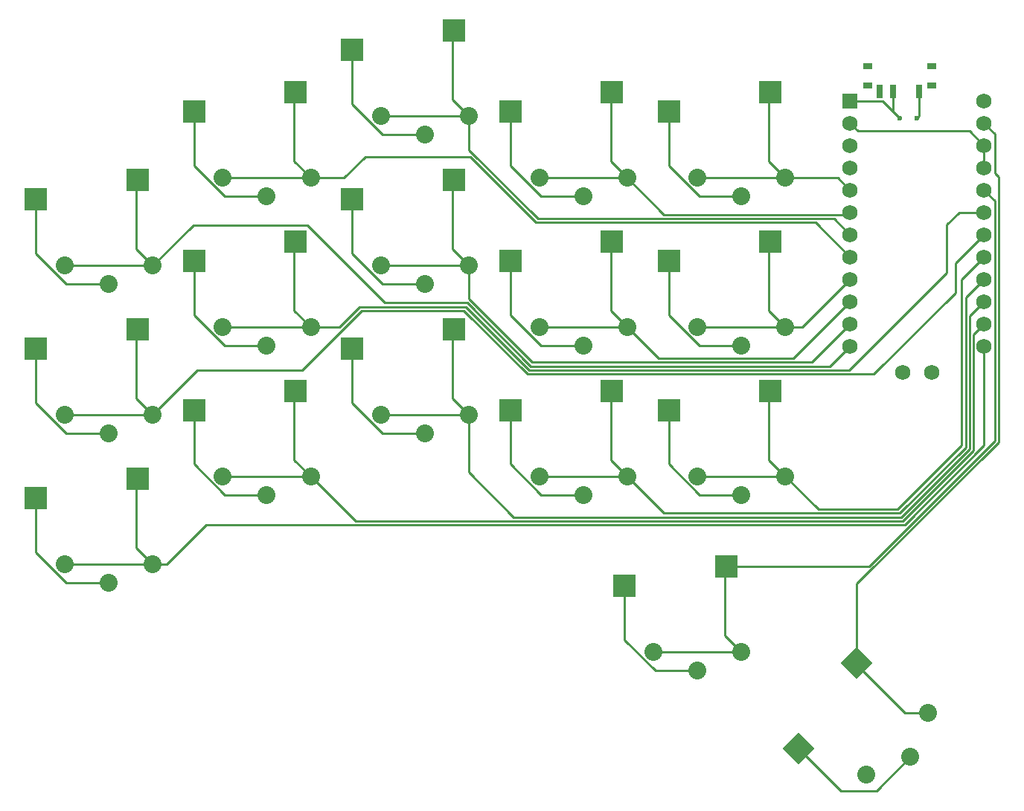
<source format=gbr>
%TF.GenerationSoftware,KiCad,Pcbnew,6.0.4*%
%TF.CreationDate,2022-04-03T20:08:53+02:00*%
%TF.ProjectId,lbd,6c62642e-6b69-4636-9164-5f7063625858,v1.0.0*%
%TF.SameCoordinates,Original*%
%TF.FileFunction,Copper,L1,Top*%
%TF.FilePolarity,Positive*%
%FSLAX46Y46*%
G04 Gerber Fmt 4.6, Leading zero omitted, Abs format (unit mm)*
G04 Created by KiCad (PCBNEW 6.0.4) date 2022-04-03 20:08:53*
%MOMM*%
%LPD*%
G01*
G04 APERTURE LIST*
G04 Aperture macros list*
%AMRotRect*
0 Rectangle, with rotation*
0 The origin of the aperture is its center*
0 $1 length*
0 $2 width*
0 $3 Rotation angle, in degrees counterclockwise*
0 Add horizontal line*
21,1,$1,$2,0,0,$3*%
G04 Aperture macros list end*
%TA.AperFunction,ComponentPad*%
%ADD10C,1.752600*%
%TD*%
%TA.AperFunction,ComponentPad*%
%ADD11C,2.032000*%
%TD*%
%TA.AperFunction,SMDPad,CuDef*%
%ADD12R,2.600000X2.600000*%
%TD*%
%TA.AperFunction,ComponentPad*%
%ADD13C,0.600000*%
%TD*%
%TA.AperFunction,SMDPad,CuDef*%
%ADD14RotRect,2.600000X2.600000X45.000000*%
%TD*%
%TA.AperFunction,SMDPad,CuDef*%
%ADD15R,1.000000X0.800000*%
%TD*%
%TA.AperFunction,SMDPad,CuDef*%
%ADD16R,0.700000X1.500000*%
%TD*%
%TA.AperFunction,ComponentPad*%
%ADD17R,1.752600X1.752600*%
%TD*%
%TA.AperFunction,Conductor*%
%ADD18C,0.250000*%
%TD*%
G04 APERTURE END LIST*
D10*
%TO.P,,1*%
%TO.N,pos*%
X195470000Y-93850000D03*
%TO.P,,2*%
%TO.N,GND*%
X192230000Y-93850000D03*
%TD*%
D11*
%TO.P,S22,1*%
%TO.N,P14*%
X160850000Y-88650000D03*
X150850000Y-88650000D03*
%TO.P,S22,2*%
%TO.N,GND*%
X155850000Y-90750000D03*
X155850000Y-90750000D03*
%TD*%
%TO.P,S30,1*%
%TO.N,P21*%
X178850000Y-71650000D03*
X168850000Y-71650000D03*
%TO.P,S30,2*%
%TO.N,GND*%
X173850000Y-73750000D03*
X173850000Y-73750000D03*
%TD*%
%TO.P,S10,1*%
%TO.N,P3*%
X114850000Y-88650000D03*
X124850000Y-88650000D03*
%TO.P,S10,2*%
%TO.N,GND*%
X119850000Y-90750000D03*
X119850000Y-90750000D03*
%TD*%
%TO.P,S6,1*%
%TO.N,P10*%
X96850000Y-81650000D03*
X106850000Y-81650000D03*
%TO.P,S6,2*%
%TO.N,GND*%
X101850000Y-83750000D03*
X101850000Y-83750000D03*
%TD*%
D12*
%TO.P,S13,1*%
%TO.N,P7*%
X141125000Y-88900000D03*
%TO.P,S13,2*%
%TO.N,GND*%
X129575000Y-91100000D03*
%TD*%
D13*
%TO.P,REF\u002A\u002A,1*%
%TO.N,RAW*%
X191850000Y-64850000D03*
%TD*%
D12*
%TO.P,S31,1*%
%TO.N,P2*%
X172125000Y-115900000D03*
%TO.P,S31,2*%
%TO.N,GND*%
X160575000Y-118100000D03*
%TD*%
%TO.P,S17,1*%
%TO.N,P19*%
X141125000Y-54900000D03*
%TO.P,S17,2*%
%TO.N,GND*%
X129575000Y-57100000D03*
%TD*%
D14*
%TO.P,S33,1*%
%TO.N,P0*%
X186982901Y-126914808D03*
%TO.P,S33,2*%
%TO.N,GND*%
X180371453Y-136637526D03*
%TD*%
D11*
%TO.P,S20,1*%
%TO.N,P6*%
X150850000Y-105650000D03*
X160850000Y-105650000D03*
%TO.P,S20,2*%
%TO.N,GND*%
X155850000Y-107750000D03*
X155850000Y-107750000D03*
%TD*%
D12*
%TO.P,S3,1*%
%TO.N,P4*%
X105125000Y-88900000D03*
%TO.P,S3,2*%
%TO.N,GND*%
X93575000Y-91100000D03*
%TD*%
%TO.P,S1,1*%
%TO.N,P9*%
X105125000Y-105900000D03*
%TO.P,S1,2*%
%TO.N,GND*%
X93575000Y-108100000D03*
%TD*%
%TO.P,S21,1*%
%TO.N,P14*%
X159125000Y-78900000D03*
%TO.P,S21,2*%
%TO.N,GND*%
X147575000Y-81100000D03*
%TD*%
D11*
%TO.P,S16,1*%
%TO.N,P16*%
X142850000Y-81650000D03*
X132850000Y-81650000D03*
%TO.P,S16,2*%
%TO.N,GND*%
X137850000Y-83750000D03*
X137850000Y-83750000D03*
%TD*%
D13*
%TO.P,REF\u002A\u002A,1*%
%TO.N,pos*%
X193850000Y-64850000D03*
%TD*%
D11*
%TO.P,S18,1*%
%TO.N,P19*%
X142850000Y-64650000D03*
X132850000Y-64650000D03*
%TO.P,S18,2*%
%TO.N,GND*%
X137850000Y-66750000D03*
X137850000Y-66750000D03*
%TD*%
D12*
%TO.P,S19,1*%
%TO.N,P6*%
X159125000Y-95900000D03*
%TO.P,S19,2*%
%TO.N,GND*%
X147575000Y-98100000D03*
%TD*%
%TO.P,S29,1*%
%TO.N,P21*%
X177125000Y-61900000D03*
%TO.P,S29,2*%
%TO.N,GND*%
X165575000Y-64100000D03*
%TD*%
%TO.P,S23,1*%
%TO.N,P20*%
X159125000Y-61900000D03*
%TO.P,S23,2*%
%TO.N,GND*%
X147575000Y-64100000D03*
%TD*%
D11*
%TO.P,S34,1*%
%TO.N,P0*%
X188025884Y-139660408D03*
X195096952Y-132589340D03*
%TO.P,S34,2*%
%TO.N,GND*%
X193046342Y-137609798D03*
X193046342Y-137609798D03*
%TD*%
D12*
%TO.P,S9,1*%
%TO.N,P3*%
X123125000Y-78900000D03*
%TO.P,S9,2*%
%TO.N,GND*%
X111575000Y-81100000D03*
%TD*%
%TO.P,S11,1*%
%TO.N,P18*%
X123125000Y-61900000D03*
%TO.P,S11,2*%
%TO.N,GND*%
X111575000Y-64100000D03*
%TD*%
D15*
%TO.P,,*%
%TO.N,*%
X188200000Y-61130000D03*
X195500000Y-61130000D03*
X188200000Y-58920000D03*
X195500000Y-58920000D03*
D16*
%TO.P,,1*%
%TO.N,pos*%
X194100000Y-61780000D03*
%TO.P,,2*%
%TO.N,RAW*%
X191100000Y-61780000D03*
%TO.P,,3*%
%TO.N,N/C*%
X189600000Y-61780000D03*
%TD*%
D11*
%TO.P,S4,1*%
%TO.N,P4*%
X106850000Y-98650000D03*
X96850000Y-98650000D03*
%TO.P,S4,2*%
%TO.N,GND*%
X101850000Y-100750000D03*
X101850000Y-100750000D03*
%TD*%
D12*
%TO.P,S27,1*%
%TO.N,P15*%
X177125000Y-78900000D03*
%TO.P,S27,2*%
%TO.N,GND*%
X165575000Y-81100000D03*
%TD*%
D11*
%TO.P,S12,1*%
%TO.N,P18*%
X114850000Y-71650000D03*
X124850000Y-71650000D03*
%TO.P,S12,2*%
%TO.N,GND*%
X119850000Y-73750000D03*
X119850000Y-73750000D03*
%TD*%
D12*
%TO.P,S5,1*%
%TO.N,P10*%
X105125000Y-71900000D03*
%TO.P,S5,2*%
%TO.N,GND*%
X93575000Y-74100000D03*
%TD*%
D11*
%TO.P,S2,1*%
%TO.N,P9*%
X106850000Y-115650000D03*
X96850000Y-115650000D03*
%TO.P,S2,2*%
%TO.N,GND*%
X101850000Y-117750000D03*
X101850000Y-117750000D03*
%TD*%
%TO.P,S26,1*%
%TO.N,P5*%
X168850000Y-105650000D03*
X178850000Y-105650000D03*
%TO.P,S26,2*%
%TO.N,GND*%
X173850000Y-107750000D03*
X173850000Y-107750000D03*
%TD*%
%TO.P,S14,1*%
%TO.N,P7*%
X142850000Y-98650000D03*
X132850000Y-98650000D03*
%TO.P,S14,2*%
%TO.N,GND*%
X137850000Y-100750000D03*
X137850000Y-100750000D03*
%TD*%
%TO.P,S8,1*%
%TO.N,P8*%
X114850000Y-105650000D03*
X124850000Y-105650000D03*
%TO.P,S8,2*%
%TO.N,GND*%
X119850000Y-107750000D03*
X119850000Y-107750000D03*
%TD*%
D17*
%TO.P,MCU1,1*%
%TO.N,RAW*%
X186230000Y-62880000D03*
D10*
%TO.P,MCU1,2*%
%TO.N,GND*%
X186230000Y-65420000D03*
%TO.P,MCU1,3*%
%TO.N,RST*%
X186230000Y-67960000D03*
%TO.P,MCU1,4*%
%TO.N,VCC*%
X186230000Y-70500000D03*
%TO.P,MCU1,5*%
%TO.N,P21*%
X186230000Y-73040000D03*
%TO.P,MCU1,6*%
%TO.N,P20*%
X186230000Y-75580000D03*
%TO.P,MCU1,7*%
%TO.N,P19*%
X186230000Y-78120000D03*
%TO.P,MCU1,8*%
%TO.N,P18*%
X186230000Y-80660000D03*
%TO.P,MCU1,9*%
%TO.N,P15*%
X186230000Y-83200000D03*
%TO.P,MCU1,10*%
%TO.N,P14*%
X186230000Y-85740000D03*
%TO.P,MCU1,11*%
%TO.N,P16*%
X186230000Y-88280000D03*
%TO.P,MCU1,12*%
%TO.N,P10*%
X186230000Y-90820000D03*
%TO.P,MCU1,13*%
%TO.N,P1*%
X201470000Y-62880000D03*
%TO.P,MCU1,14*%
%TO.N,P0*%
X201470000Y-65420000D03*
%TO.P,MCU1,15*%
%TO.N,GND*%
X201470000Y-67960000D03*
%TO.P,MCU1,16*%
X201470000Y-70500000D03*
%TO.P,MCU1,17*%
%TO.N,P2*%
X201470000Y-73040000D03*
%TO.P,MCU1,18*%
%TO.N,P3*%
X201470000Y-75580000D03*
%TO.P,MCU1,19*%
%TO.N,P4*%
X201470000Y-78120000D03*
%TO.P,MCU1,20*%
%TO.N,P5*%
X201470000Y-80660000D03*
%TO.P,MCU1,21*%
%TO.N,P6*%
X201470000Y-83200000D03*
%TO.P,MCU1,22*%
%TO.N,P7*%
X201470000Y-85740000D03*
%TO.P,MCU1,23*%
%TO.N,P8*%
X201470000Y-88280000D03*
%TO.P,MCU1,24*%
%TO.N,P9*%
X201470000Y-90820000D03*
%TD*%
D11*
%TO.P,S28,1*%
%TO.N,P15*%
X178850000Y-88650000D03*
X168850000Y-88650000D03*
%TO.P,S28,2*%
%TO.N,GND*%
X173850000Y-90750000D03*
X173850000Y-90750000D03*
%TD*%
%TO.P,S32,1*%
%TO.N,P2*%
X173850000Y-125650000D03*
X163850000Y-125650000D03*
%TO.P,S32,2*%
%TO.N,GND*%
X168850000Y-127750000D03*
X168850000Y-127750000D03*
%TD*%
D12*
%TO.P,S7,1*%
%TO.N,P8*%
X123125000Y-95900000D03*
%TO.P,S7,2*%
%TO.N,GND*%
X111575000Y-98100000D03*
%TD*%
%TO.P,S25,1*%
%TO.N,P5*%
X177125000Y-95900000D03*
%TO.P,S25,2*%
%TO.N,GND*%
X165575000Y-98100000D03*
%TD*%
D11*
%TO.P,S24,1*%
%TO.N,P20*%
X150850000Y-71650000D03*
X160850000Y-71650000D03*
%TO.P,S24,2*%
%TO.N,GND*%
X155850000Y-73750000D03*
X155850000Y-73750000D03*
%TD*%
D12*
%TO.P,S15,1*%
%TO.N,P16*%
X141125000Y-71900000D03*
%TO.P,S15,2*%
%TO.N,GND*%
X129575000Y-74100000D03*
%TD*%
D18*
%TO.N,P10*%
X106850000Y-81650000D02*
X111474521Y-77025479D01*
X111474521Y-77025479D02*
X124425479Y-77025479D01*
X124425479Y-77025479D02*
X133300960Y-85900960D01*
X183923561Y-93126439D02*
X186230000Y-90820000D01*
X133300960Y-85900960D02*
X142646416Y-85900960D01*
X142646416Y-85900960D02*
X149871897Y-93126439D01*
X149871897Y-93126439D02*
X183923561Y-93126439D01*
%TO.N,P9*%
X112950000Y-111200000D02*
X192414282Y-111200000D01*
X106850000Y-115650000D02*
X96850000Y-115650000D01*
X104975479Y-113775479D02*
X106850000Y-115650000D01*
X108500000Y-115650000D02*
X112950000Y-111200000D01*
X192414282Y-111200000D02*
X201470000Y-102144282D01*
X105125000Y-105900000D02*
X104975479Y-106049521D01*
X201470000Y-102144282D02*
X201470000Y-90820000D01*
X104975479Y-106049521D02*
X104975479Y-113775479D01*
X106850000Y-115650000D02*
X108500000Y-115650000D01*
%TO.N,GND*%
X93575000Y-97270770D02*
X97054230Y-100750000D01*
X93575000Y-74100000D02*
X93575000Y-80270770D01*
X186230000Y-65420000D02*
X187106300Y-66296300D01*
X129575000Y-57100000D02*
X129575000Y-63270770D01*
X129575000Y-74100000D02*
X129575000Y-80270770D01*
X147575000Y-104270770D02*
X151054230Y-107750000D01*
X93575000Y-114270770D02*
X97054230Y-117750000D01*
X147575000Y-81100000D02*
X147575000Y-87270770D01*
X147575000Y-98100000D02*
X147575000Y-104270770D01*
X160575000Y-124270770D02*
X164054230Y-127750000D01*
X169054230Y-73750000D02*
X173850000Y-73750000D01*
X93575000Y-91100000D02*
X93575000Y-97270770D01*
X111575000Y-70270770D02*
X115054230Y-73750000D01*
X199806300Y-66296300D02*
X201470000Y-67960000D01*
X201470000Y-67960000D02*
X201470000Y-70500000D01*
X165575000Y-81100000D02*
X165575000Y-87270770D01*
X151054230Y-73750000D02*
X155850000Y-73750000D01*
X147575000Y-70270770D02*
X151054230Y-73750000D01*
X165575000Y-98100000D02*
X165575000Y-104270770D01*
X129575000Y-91100000D02*
X129575000Y-97270770D01*
X97054230Y-100750000D02*
X101850000Y-100750000D01*
X129575000Y-63270770D02*
X133054230Y-66750000D01*
X164054230Y-127750000D02*
X168850000Y-127750000D01*
X97054230Y-117750000D02*
X101850000Y-117750000D01*
X129575000Y-80270770D02*
X133054230Y-83750000D01*
X115054230Y-73750000D02*
X119850000Y-73750000D01*
X111575000Y-87270770D02*
X115054230Y-90750000D01*
X111575000Y-81100000D02*
X111575000Y-87270770D01*
X115054230Y-90750000D02*
X119850000Y-90750000D01*
X151054230Y-90750000D02*
X155850000Y-90750000D01*
X189206140Y-141450000D02*
X193046342Y-137609798D01*
X111575000Y-104270770D02*
X115054230Y-107750000D01*
X165575000Y-87270770D02*
X169054230Y-90750000D01*
X185183927Y-141450000D02*
X189206140Y-141450000D01*
X165575000Y-70270770D02*
X169054230Y-73750000D01*
X187106300Y-66296300D02*
X199806300Y-66296300D01*
X133054230Y-100750000D02*
X137850000Y-100750000D01*
X93575000Y-108100000D02*
X93575000Y-114270770D01*
X151054230Y-107750000D02*
X155850000Y-107750000D01*
X97054230Y-83750000D02*
X101850000Y-83750000D01*
X133054230Y-66750000D02*
X137850000Y-66750000D01*
X165575000Y-104270770D02*
X169054230Y-107750000D01*
X129575000Y-97270770D02*
X133054230Y-100750000D01*
X169054230Y-107750000D02*
X173850000Y-107750000D01*
X133054230Y-83750000D02*
X137850000Y-83750000D01*
X115054230Y-107750000D02*
X119850000Y-107750000D01*
X93575000Y-80270770D02*
X97054230Y-83750000D01*
X147575000Y-87270770D02*
X151054230Y-90750000D01*
X111575000Y-64100000D02*
X111575000Y-70270770D01*
X160575000Y-118100000D02*
X160575000Y-124270770D01*
X111575000Y-98100000D02*
X111575000Y-104270770D01*
X165575000Y-64100000D02*
X165575000Y-70270770D01*
X180371453Y-136637526D02*
X185183927Y-141450000D01*
X169054230Y-90750000D02*
X173850000Y-90750000D01*
X147575000Y-64100000D02*
X147575000Y-70270770D01*
%TO.N,P4*%
X104975479Y-96775479D02*
X106850000Y-98650000D01*
X149499501Y-94025479D02*
X142274022Y-86800000D01*
X198200000Y-84750000D02*
X188924521Y-94025479D01*
X188924521Y-94025479D02*
X149499501Y-94025479D01*
X142274022Y-86800000D02*
X130625978Y-86800000D01*
X198200000Y-81390000D02*
X198200000Y-84750000D01*
X111950000Y-93550000D02*
X106850000Y-98650000D01*
X105125000Y-88900000D02*
X104975479Y-89049521D01*
X106850000Y-98650000D02*
X96850000Y-98650000D01*
X123875978Y-93550000D02*
X111950000Y-93550000D01*
X201470000Y-78120000D02*
X198200000Y-81390000D01*
X130625978Y-86800000D02*
X123875978Y-93550000D01*
X104975479Y-89049521D02*
X104975479Y-96775479D01*
%TO.N,P10*%
X104975479Y-79775479D02*
X106850000Y-81650000D01*
X106850000Y-81650000D02*
X96850000Y-81650000D01*
X105125000Y-71900000D02*
X104975479Y-72049521D01*
X104975479Y-72049521D02*
X104975479Y-79775479D01*
%TO.N,P8*%
X192228084Y-110750480D02*
X200269189Y-102709375D01*
X123125000Y-95900000D02*
X122975479Y-96049521D01*
X200269189Y-102709375D02*
X200269189Y-89480811D01*
X124850000Y-105650000D02*
X129950480Y-110750480D01*
X200269189Y-89480811D02*
X201470000Y-88280000D01*
X122975479Y-96049521D02*
X122975479Y-103775479D01*
X129950480Y-110750480D02*
X192228084Y-110750480D01*
X124850000Y-105650000D02*
X114850000Y-105650000D01*
X122975479Y-103775479D02*
X124850000Y-105650000D01*
%TO.N,P3*%
X124850000Y-88650000D02*
X114850000Y-88650000D01*
X149685699Y-93575959D02*
X186124041Y-93575959D01*
X123125000Y-78900000D02*
X122975479Y-79049521D01*
X197200000Y-82500000D02*
X197200000Y-77000000D01*
X186124041Y-93575959D02*
X197200000Y-82500000D01*
X197200000Y-77000000D02*
X198620000Y-75580000D01*
X122975479Y-79049521D02*
X122975479Y-86775479D01*
X198620000Y-75580000D02*
X201470000Y-75580000D01*
X128100000Y-88650000D02*
X130399520Y-86350480D01*
X124850000Y-88650000D02*
X128100000Y-88650000D01*
X130399520Y-86350480D02*
X142460219Y-86350480D01*
X142460219Y-86350480D02*
X149685699Y-93575959D01*
X122975479Y-86775479D02*
X124850000Y-88650000D01*
%TO.N,P18*%
X122975479Y-62049521D02*
X122975479Y-69775479D01*
X182320000Y-76750000D02*
X186230000Y-80660000D01*
X150500000Y-76750000D02*
X182320000Y-76750000D01*
X124850000Y-71650000D02*
X114850000Y-71650000D01*
X143000000Y-69250000D02*
X150500000Y-76750000D01*
X122975479Y-69775479D02*
X124850000Y-71650000D01*
X128650000Y-71650000D02*
X131050000Y-69250000D01*
X124850000Y-71650000D02*
X128650000Y-71650000D01*
X131050000Y-69250000D02*
X143000000Y-69250000D01*
X123125000Y-61900000D02*
X122975479Y-62049521D01*
%TO.N,P7*%
X142850000Y-105200000D02*
X147950960Y-110300960D01*
X192041886Y-110300960D02*
X199819669Y-102523177D01*
X147950960Y-110300960D02*
X192041886Y-110300960D01*
X140975479Y-89049521D02*
X140975479Y-96775479D01*
X140975479Y-96775479D02*
X142850000Y-98650000D01*
X141125000Y-88900000D02*
X140975479Y-89049521D01*
X142850000Y-98650000D02*
X132850000Y-98650000D01*
X142850000Y-98650000D02*
X142850000Y-105200000D01*
X199819669Y-102523177D02*
X199819669Y-87390331D01*
X199819669Y-87390331D02*
X201470000Y-85740000D01*
%TO.N,P16*%
X142850000Y-81650000D02*
X132850000Y-81650000D01*
X140975479Y-79775479D02*
X142850000Y-81650000D01*
X141125000Y-71900000D02*
X140975479Y-72049521D01*
X142850000Y-85468826D02*
X150058095Y-92676919D01*
X142850000Y-81650000D02*
X142850000Y-85468826D01*
X140975479Y-72049521D02*
X140975479Y-79775479D01*
X181833081Y-92676919D02*
X186230000Y-88280000D01*
X150058095Y-92676919D02*
X181833081Y-92676919D01*
%TO.N,P19*%
X184410480Y-76300480D02*
X186230000Y-78120000D01*
X142850000Y-64650000D02*
X132850000Y-64650000D01*
X142850000Y-64650000D02*
X142850000Y-68464283D01*
X142850000Y-68464283D02*
X150686198Y-76300480D01*
X150686198Y-76300480D02*
X184410480Y-76300480D01*
X140975479Y-62775479D02*
X142850000Y-64650000D01*
X141125000Y-54900000D02*
X140975479Y-55049521D01*
X140975479Y-55049521D02*
X140975479Y-62775479D01*
%TO.N,P6*%
X158975479Y-103775479D02*
X160850000Y-105650000D01*
X199370149Y-85299851D02*
X201470000Y-83200000D01*
X158975479Y-96049521D02*
X158975479Y-103775479D01*
X159125000Y-95900000D02*
X158975479Y-96049521D01*
X160850000Y-105650000D02*
X150850000Y-105650000D01*
X191855688Y-109851440D02*
X199370149Y-102336979D01*
X160850000Y-105650000D02*
X165051440Y-109851440D01*
X165051440Y-109851440D02*
X191855688Y-109851440D01*
X199370149Y-102336979D02*
X199370149Y-85299851D01*
%TO.N,P14*%
X160850000Y-88650000D02*
X164427399Y-92227399D01*
X160850000Y-88650000D02*
X150850000Y-88650000D01*
X158975479Y-79049521D02*
X158975479Y-86775479D01*
X179742601Y-92227399D02*
X186230000Y-85740000D01*
X164427399Y-92227399D02*
X179742601Y-92227399D01*
X159125000Y-78900000D02*
X158975479Y-79049521D01*
X158975479Y-86775479D02*
X160850000Y-88650000D01*
%TO.N,P20*%
X185930124Y-75580000D02*
X186230000Y-75580000D01*
X160850000Y-71650000D02*
X150850000Y-71650000D01*
X158975479Y-69775479D02*
X160850000Y-71650000D01*
X185659164Y-75850960D02*
X185930124Y-75580000D01*
X159125000Y-61900000D02*
X158975479Y-62049521D01*
X160850000Y-71650000D02*
X165050960Y-75850960D01*
X165050960Y-75850960D02*
X185659164Y-75850960D01*
X158975479Y-62049521D02*
X158975479Y-69775479D01*
%TO.N,P5*%
X178850000Y-105650000D02*
X168850000Y-105650000D01*
X178850000Y-105650000D02*
X182601920Y-109401920D01*
X176975479Y-96049521D02*
X176975479Y-103775479D01*
X191648080Y-109401920D02*
X198920629Y-102129371D01*
X177125000Y-95900000D02*
X176975479Y-96049521D01*
X182601920Y-109401920D02*
X191648080Y-109401920D01*
X198920629Y-83209371D02*
X201470000Y-80660000D01*
X198920629Y-101870629D02*
X198920629Y-83209371D01*
X198920629Y-102150781D02*
X198920629Y-101870629D01*
X176975479Y-103775479D02*
X178850000Y-105650000D01*
X198920629Y-102129371D02*
X198920629Y-101870629D01*
%TO.N,P15*%
X176975479Y-86775479D02*
X178850000Y-88650000D01*
X177125000Y-78900000D02*
X176975479Y-79049521D01*
X180780000Y-88650000D02*
X186230000Y-83200000D01*
X178850000Y-88650000D02*
X168850000Y-88650000D01*
X176975479Y-79049521D02*
X176975479Y-86775479D01*
X178850000Y-88650000D02*
X180780000Y-88650000D01*
%TO.N,P21*%
X184840000Y-71650000D02*
X186230000Y-73040000D01*
X176975479Y-62049521D02*
X176975479Y-69775479D01*
X178850000Y-71650000D02*
X168850000Y-71650000D01*
X176975479Y-69775479D02*
X178850000Y-71650000D01*
X178850000Y-71650000D02*
X184840000Y-71650000D01*
X177125000Y-61900000D02*
X176975479Y-62049521D01*
%TO.N,P2*%
X172125000Y-115900000D02*
X171975479Y-116049521D01*
X202670811Y-74240811D02*
X202670811Y-101579189D01*
X171975479Y-116049521D02*
X171975479Y-123775479D01*
X173850000Y-125650000D02*
X163850000Y-125650000D01*
X188350000Y-115900000D02*
X172125000Y-115900000D01*
X201470000Y-73040000D02*
X202670811Y-74240811D01*
X171975479Y-123775479D02*
X173850000Y-125650000D01*
X202670811Y-101579189D02*
X188350000Y-115900000D01*
%TO.N,P0*%
X192445977Y-132589340D02*
X195096952Y-132589340D01*
X186982901Y-126914808D02*
X186982901Y-127126264D01*
X186982901Y-127126264D02*
X192445977Y-132589340D01*
X186982901Y-117902817D02*
X186982901Y-126914808D01*
X202670811Y-66620811D02*
X202670811Y-71135771D01*
X203120331Y-71585291D02*
X203120331Y-101765387D01*
X203120331Y-101765387D02*
X186982901Y-117902817D01*
X202670811Y-71135771D02*
X203120331Y-71585291D01*
X201470000Y-65420000D02*
X202670811Y-66620811D01*
%TO.N,RAW*%
X189880000Y-62880000D02*
X191850000Y-64850000D01*
X186230000Y-62880000D02*
X189880000Y-62880000D01*
X191100000Y-61780000D02*
X191100000Y-64100000D01*
X191100000Y-64100000D02*
X191850000Y-64850000D01*
%TO.N,pos*%
X194100000Y-61780000D02*
X194100000Y-64600000D01*
X194100000Y-64600000D02*
X193850000Y-64850000D01*
%TD*%
M02*

</source>
